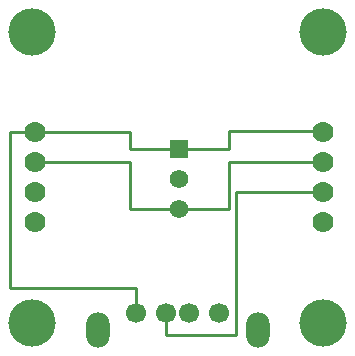
<source format=gtl>
G04 Layer: TopLayer*
G04 EasyEDA v6.5.22, 2023-02-03 23:32:18*
G04 9f92e8cc1d6f4f83b316cd320a267f73,4bb84c5f6c124816bf94f4484d05adb3,10*
G04 Gerber Generator version 0.2*
G04 Scale: 100 percent, Rotated: No, Reflected: No *
G04 Dimensions in millimeters *
G04 leading zeros omitted , absolute positions ,4 integer and 5 decimal *
%FSLAX45Y45*%
%MOMM*%

%ADD10C,0.2540*%
%ADD11O,1.9999959999999999X2.999994*%
%ADD12C,1.7000*%
%ADD13C,1.5748*%
%ADD14R,1.5748X1.5748*%
%ADD15C,1.7780*%
%ADD16C,4.0000*%

%LPD*%
D10*
X990600Y7683500D02*
G01*
X1790700Y7683500D01*
X1790700Y7543800D01*
X2209800Y7543800D01*
X2209800Y7543800D02*
G01*
X2628900Y7543800D01*
X2628900Y7696200D01*
X3416300Y7696200D01*
X3429000Y7683500D01*
X990600Y7429500D02*
G01*
X1790700Y7429500D01*
X1790700Y7035800D01*
X2209800Y7035800D01*
X3429000Y7429500D02*
G01*
X2628900Y7429500D01*
X2628900Y7035800D01*
X2209800Y7035800D01*
X990600Y7683500D02*
G01*
X774700Y7683500D01*
X774700Y6362700D01*
X1841500Y6362700D01*
X1841500Y6158903D01*
X1844598Y6155804D01*
X3429000Y7175500D02*
G01*
X2692400Y7175500D01*
X2692400Y5969000D01*
X2095500Y5969000D01*
X2094484Y6155689D01*
D11*
G01*
X2872104Y6010782D03*
G01*
X1522095Y6010782D03*
D12*
G01*
X1844598Y6155791D03*
G01*
X2094611Y6155791D03*
G01*
X2294610Y6155791D03*
G01*
X2544622Y6155791D03*
D13*
G01*
X2209800Y7035800D03*
G01*
X2209800Y7289800D03*
D14*
G01*
X2209800Y7543800D03*
D15*
G01*
X3429000Y7683500D03*
G01*
X3429000Y7429500D03*
G01*
X3429000Y7175500D03*
G01*
X3429000Y6921500D03*
G01*
X990600Y7683500D03*
G01*
X990600Y7429500D03*
G01*
X990600Y7175500D03*
G01*
X990600Y6921500D03*
D16*
G01*
X965200Y6070600D03*
G01*
X3429000Y6070600D03*
G01*
X965200Y8534400D03*
G01*
X3429000Y8534400D03*
M02*

</source>
